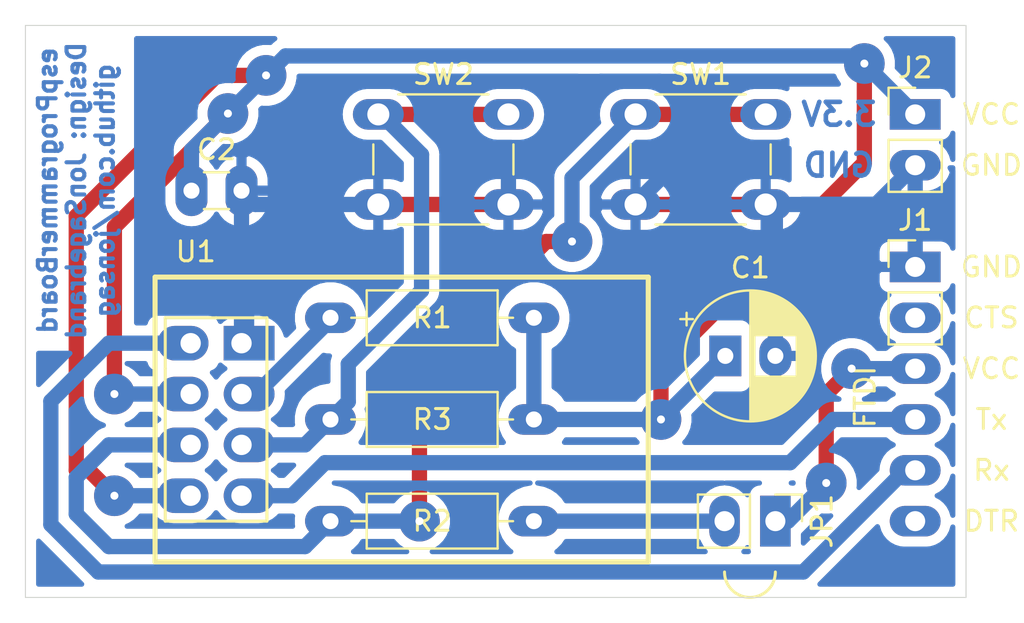
<source format=kicad_pcb>
(kicad_pcb (version 20211014) (generator pcbnew)
  (layers (0 "F.Cu" signal) (31 "B.Cu" signal) (34 "B.Paste" user) (35 "F.Paste" user) (36 "B.SilkS" user "B.Silkscreen") (37 "F.SilkS" user "F.Silkscreen") (38 "B.Mask" user) (39 "F.Mask" user) (44 "Edge.Cuts" user))
  (net 0 "")
  (net 1 "GND")
  (net 2 "+3V3")
  (net 4 "Net-(J1-Pad5)")
  (net 5 "Net-(J1-Pad4)")
  (net 6 "Net-(J1-Pad3)")
  (net 8 "Net-(R1-Pad1)")
  (net 9 "Net-(R2-Pad1)")
  (net 10 "Net-(R3-Pad1)")
  (footprint "My_Misc:CP_Radial_D6.3mm_P2.50mm_large" (layer "F.Cu") (at 153.71 65.405)
    (fp_text reference "C1" (at 1.25 -4.4) (layer "F.SilkS"))
    (fp_text value "220u")
    (fp_line (start 2.931 -2.766) (end 2.931 -1.04) (layer "F.SilkS") (width 0.12))
    (fp_line (start 4.171 -1.432) (end 4.171 1.432) (layer "F.SilkS") (width 0.12))
    (fp_line (start 4.371 -0.94) (end 4.371 0.94) (layer "F.SilkS") (width 0.12))
    (fp_line (start 1.73 -3.195) (end 1.73 -1.04) (layer "F.SilkS") (width 0.12))
    (fp_line (start 1.45 -3.224) (end 1.45 3.224) (layer "F.SilkS") (width 0.12))
    (fp_line (start 2.771 1.04) (end 2.771 2.856) (layer "F.SilkS") (width 0.12))
    (fp_line (start 1.65 1.04) (end 1.65 3.206) (layer "F.SilkS") (width 0.12))
    (fp_line (start 3.491 -2.343) (end 3.491 -1.04) (layer "F.SilkS") (width 0.12))
    (fp_line (start 2.171 1.04) (end 2.171 3.098) (layer "F.SilkS") (width 0.12))
    (fp_line (start 3.651 -2.182) (end 3.651 2.182) (layer "F.SilkS") (width 0.12))
    (fp_line (start 1.93 1.04) (end 1.93 3.159) (layer "F.SilkS") (width 0.12))
    (fp_line (start 2.131 -3.11) (end 2.131 -1.04) (layer "F.SilkS") (width 0.12))
    (fp_line (start 1.41 -3.227) (end 1.41 3.227) (layer "F.SilkS") (width 0.12))
    (fp_line (start 3.531 1.04) (end 3.531 2.305) (layer "F.SilkS") (width 0.12))
    (fp_line (start 1.89 1.04) (end 1.89 3.167) (layer "F.SilkS") (width 0.12))
    (fp_line (start 2.211 1.04) (end 2.211 3.086) (layer "F.SilkS") (width 0.12))
    (fp_line (start 2.371 -3.033) (end 2.371 -1.04) (layer "F.SilkS") (width 0.12))
    (fp_line (start 4.011 -1.714) (end 4.011 1.714) (layer "F.SilkS") (width 0.12))
    (fp_line (start 2.651 -2.916) (end 2.651 -1.04) (layer "F.SilkS") (width 0.12))
    (fp_line (start 1.49 -3.222) (end 1.49 -1.04) (layer "F.SilkS") (width 0.12))
    (fp_line (start -2.250241 -1.839) (end -1.620241 -1.839) (layer "F.SilkS") (width 0.12))
    (fp_line (start 2.611 -2.934) (end 2.611 -1.04) (layer "F.SilkS") (width 0.12))
    (fp_line (start 2.891 -2.79) (end 2.891 -1.04) (layer "F.SilkS") (width 0.12))
    (fp_line (start 2.091 -3.121) (end 2.091 -1.04) (layer "F.SilkS") (width 0.12))
    (fp_line (start 1.61 1.04) (end 1.61 3.211) (layer "F.SilkS") (width 0.12))
    (fp_line (start 1.57 -3.215) (end 1.57 -1.04) (layer "F.SilkS") (width 0.12))
    (fp_line (start 1.57 1.04) (end 1.57 3.215) (layer "F.SilkS") (width 0.12))
    (fp_line (start 2.251 1.04) (end 2.251 3.074) (layer "F.SilkS") (width 0.12))
    (fp_line (start 3.171 -2.607) (end 3.171 -1.04) (layer "F.SilkS") (width 0.12))
    (fp_line (start 1.85 -3.175) (end 1.85 -1.04) (layer "F.SilkS") (width 0.12))
    (fp_line (start 1.29 -3.23) (end 1.29 3.23) (layer "F.SilkS") (width 0.12))
    (fp_line (start 2.931 1.04) (end 2.931 2.766) (layer "F.SilkS") (width 0.12))
    (fp_line (start 3.891 -1.89) (end 3.891 1.89) (layer "F.SilkS") (width 0.12))
    (fp_line (start 1.971 -3.15) (end 1.971 -1.04) (layer "F.SilkS") (width 0.12))
    (fp_line (start 2.331 -3.047) (end 2.331 -1.04) (layer "F.SilkS") (width 0.12))
    (fp_line (start 2.011 -3.141) (end 2.011 -1.04) (layer "F.SilkS") (width 0.12))
    (fp_line (start 1.37 -3.228) (end 1.37 3.228) (layer "F.SilkS") (width 0.12))
    (fp_line (start 1.85 1.04) (end 1.85 3.175) (layer "F.SilkS") (width 0.12))
    (fp_line (start 3.491 1.04) (end 3.491 2.343) (layer "F.SilkS") (width 0.12))
    (fp_line (start 2.571 -2.952) (end 2.571 -1.04) (layer "F.SilkS") (width 0.12))
    (fp_line (start 2.731 -2.876) (end 2.731 -1.04) (layer "F.SilkS") (width 0.12))
    (fp_line (start 2.491 -2.986) (end 2.491 -1.04) (layer "F.SilkS") (width 0.12))
    (fp_line (start 2.611 1.04) (end 2.611 2.934) (layer "F.SilkS") (width 0.12))
    (fp_line (start 3.691 -2.137) (end 3.691 2.137) (layer "F.SilkS") (width 0.12))
    (fp_line (start 3.051 -2.69) (end 3.051 -1.04) (layer "F.SilkS") (width 0.12))
    (fp_line (start 1.53 -3.218) (end 1.53 -1.04) (layer "F.SilkS") (width 0.12))
    (fp_line (start 1.65 -3.206) (end 1.65 -1.04) (layer "F.SilkS") (width 0.12))
    (fp_line (start 3.371 -2.45) (end 3.371 -1.04) (layer "F.SilkS") (width 0.12))
    (fp_line (start 3.251 -2.548) (end 3.251 -1.04) (layer "F.SilkS") (width 0.12))
    (fp_line (start 2.371 1.04) (end 2.371 3.033) (layer "F.SilkS") (width 0.12))
    (fp_line (start 1.93 -3.159) (end 1.93 -1.04) (layer "F.SilkS") (width 0.12))
    (fp_line (start 2.171 -3.098) (end 2.171 -1.04) (layer "F.SilkS") (width 0.12))
    (fp_line (start 4.131 -1.509) (end 4.131 1.509) (layer "F.SilkS") (width 0.12))
    (fp_line (start 3.291 1.04) (end 3.291 2.516) (layer "F.SilkS") (width 0.12))
    (fp_line (start 2.971 1.04) (end 2.971 2.742) (layer "F.SilkS") (width 0.12))
    (fp_line (start 2.051 -3.131) (end 2.051 -1.04) (layer "F.SilkS") (width 0.12))
    (fp_line (start 3.091 -2.664) (end 3.091 -1.04) (layer "F.SilkS") (width 0.12))
    (fp_line (start 2.411 1.04) (end 2.411 3.018) (layer "F.SilkS") (width 0.12))
    (fp_line (start 3.331 1.04) (end 3.331 2.484) (layer "F.SilkS") (width 0.12))
    (fp_line (start 3.211 1.04) (end 3.211 2.578) (layer "F.SilkS") (width 0.12))
    (fp_line (start 4.051 -1.65) (end 4.051 1.65) (layer "F.SilkS") (width 0.12))
    (fp_line (start 2.531 1.04) (end 2.531 2.97) (layer "F.SilkS") (width 0.12))
    (fp_line (start 2.211 -3.086) (end 2.211 -1.04) (layer "F.SilkS") (width 0.12))
    (fp_line (start 3.371 1.04) (end 3.371 2.45) (layer "F.SilkS") (width 0.12))
    (fp_line (start 4.251 -1.262) (end 4.251 1.262) (layer "F.SilkS") (width 0.12))
    (fp_line (start 2.811 -2.834) (end 2.811 -1.04) (layer "F.SilkS") (width 0.12))
    (fp_line (start 3.411 -2.416) (end 3.411 -1.04) (layer "F.SilkS") (width 0.12))
    (fp_line (start 2.491 1.04) (end 2.491 2.986) (layer "F.SilkS") (width 0.12))
    (fp_line (start 2.891 1.04) (end 2.891 2.79) (layer "F.SilkS") (width 0.12))
    (fp_line (start 3.931 -1.834) (end 3.931 1.834) (layer "F.SilkS") (width 0.12))
    (fp_line (start 1.33 -3.23) (end 1.33 3.23) (layer "F.SilkS") (width 0.12))
    (fp_line (start 1.971 1.04) (end 1.971 3.15) (layer "F.SilkS") (width 0.12))
    (fp_line (start 1.61 -3.211) (end 1.61 -1.04) (layer "F.SilkS") (width 0.12))
    (fp_line (start 1.77 1.04) (end 1.77 3.189) (layer "F.SilkS") (width 0.12))
    (fp_line (start 2.571 1.04) (end 2.571 2.952) (layer "F.SilkS") (width 0.12))
    (fp_line (start 2.971 -2.742) (end 2.971 -1.04) (layer "F.SilkS") (width 0.12))
    (fp_line (start 2.651 1.04) (end 2.651 2.916) (layer "F.SilkS") (width 0.12))
    (fp_line (start 3.451 1.04) (end 3.451 2.38) (layer "F.SilkS") (width 0.12))
    (fp_line (start 2.851 1.04) (end 2.851 2.812) (layer "F.SilkS") (width 0.12))
    (fp_line (start 1.89 -3.167) (end 1.89 -1.04) (layer "F.SilkS") (width 0.12))
    (fp_line (start 4.211 -1.35) (end 4.211 1.35) (layer "F.SilkS") (width 0.12))
    (fp_line (start 1.81 1.04) (end 1.81 3.182) (layer "F.SilkS") (width 0.12))
    (fp_line (start 2.251 -3.074) (end 2.251 -1.04) (layer "F.SilkS") (width 0.12))
    (fp_line (start 3.851 -1.944) (end 3.851 1.944) (layer "F.SilkS") (width 0.12))
    (fp_line (start 3.411 1.04) (end 3.411 2.416) (layer "F.SilkS") (width 0.12))
    (fp_line (start 3.011 -2.716) (end 3.011 -1.04) (layer "F.SilkS") (width 0.12))
    (fp_line (start 2.451 -3.002) (end 2.451 -1.04) (layer "F.SilkS") (width 0.12))
    (fp_line (start 3.171 1.04) (end 3.171 2.607) (layer "F.SilkS") (width 0.12))
    (fp_line (start 2.051 1.04) (end 2.051 3.131) (layer "F.SilkS") (width 0.12))
    (fp_line (start 2.091 1.04) (end 2.091 3.121) (layer "F.SilkS") (width 0.12))
    (fp_line (start 3.331 -2.484) (end 3.331 -1.04) (layer "F.SilkS") (width 0.12))
    (fp_line (start 3.811 -1.995) (end 3.811 1.995) (layer "F.SilkS") (width 0.12))
    (fp_line (start 4.291 -1.165) (end 4.291 1.165) (layer "F.SilkS") (width 0.12))
    (fp_line (start 3.011 1.04) (end 3.011 2.716) (layer "F.SilkS") (width 0.12))
    (fp_line (start 2.291 -3.061) (end 2.291 -1.04) (layer "F.SilkS") (width 0.12))
    (fp_line (start 4.411 -0.802) (end 4.411 0.802) (layer "F.SilkS") (width 0.12))
    (fp_line (start 1.49 1.04) (end 1.49 3.222) (layer "F.SilkS") (width 0.12))
    (fp_line (start 2.411 -3.018) (end 2.411 -1.04) (layer "F.SilkS") (width 0.12))
    (fp_line (start 2.771 -2.856) (end 2.771 -1.04) (layer "F.SilkS") (width 0.12))
    (fp_line (start 3.211 -2.578) (end 3.211 -1.04) (layer "F.SilkS") (width 0.12))
    (fp_line (start 2.131 1.04) (end 2.131 3.11) (layer "F.SilkS") (width 0.12))
    (fp_line (start 3.731 -2.092) (end 3.731 2.092) (layer "F.SilkS") (width 0.12))
    (fp_line (start 1.69 -3.201) (end 1.69 -1.04) (layer "F.SilkS") (width 0.12))
    (fp_line (start 4.451 -0.633) (end 4.451 0.633) (layer "F.SilkS") (width 0.12))
    (fp_line (start 2.691 1.04) (end 2.691 2.896) (layer "F.SilkS") (width 0.12))
    (fp_line (start 3.091 1.04) (end 3.091 2.664) (layer "F.SilkS") (width 0.12))
    (fp_line (start 2.291 1.04) (end 2.291 3.061) (layer "F.SilkS") (width 0.12))
    (fp_line (start 2.011 1.04) (end 2.011 3.141) (layer "F.SilkS") (width 0.12))
    (fp_line (start 2.851 -2.812) (end 2.851 -1.04) (layer "F.SilkS") (width 0.12))
    (fp_line (start 3.291 -2.516) (end 3.291 -1.04) (layer "F.SilkS") (width 0.12))
    (fp_line (start 2.691 -2.896) (end 2.691 -1.04) (layer "F.SilkS") (width 0.12))
    (fp_line (start 3.971 -1.776) (end 3.971 1.776) (layer "F.SilkS") (width 0.12))
    (fp_line (start -1.935241 -2.154) (end -1.935241 -1.524) (layer "F.SilkS") (width 0.12))
    (fp_line (start 1.81 -3.182) (end 1.81 -1.04) (layer "F.SilkS") (width 0.12))
    (fp_line (start 1.77 -3.189) (end 1.77 -1.04) (layer "F.SilkS") (width 0.12))
    (fp_line (start 2.331 1.04) (end 2.331 3.047) (layer "F.SilkS") (width 0.12))
    (fp_line (start 3.771 -2.044) (end 3.771 2.044) (layer "F.SilkS") (width 0.12))
    (fp_line (start 2.451 1.04) (end 2.451 3.002) (layer "F.SilkS") (width 0.12))
    (fp_line (start 2.811 1.04) (end 2.811 2.834) (layer "F.SilkS") (width 0.12))
    (fp_line (start 1.25 -3.23) (end 1.25 3.23) (layer "F.SilkS") (width 0.12))
    (fp_line (start 1.53 1.04) (end 1.53 3.218) (layer "F.SilkS") (width 0.12))
    (fp_line (start 3.131 1.04) (end 3.131 2.636) (layer "F.SilkS") (width 0.12))
    (fp_line (start 2.531 -2.97) (end 2.531 -1.04) (layer "F.SilkS") (width 0.12))
    (fp_line (start 4.491 -0.402) (end 4.491 0.402) (layer "F.SilkS") (width 0.12))
    (fp_line (start 3.611 -2.224) (end 3.611 2.224) (layer "F.SilkS") (width 0.12))
    (fp_line (start 4.331 -1.059) (end 4.331 1.059) (layer "F.SilkS") (width 0.12))
    (fp_line (start 1.69 1.04) (end 1.69 3.201) (layer "F.SilkS") (width 0.12))
    (fp_line (start 2.731 1.04) (end 2.731 2.876) (layer "F.SilkS") (width 0.12))
    (fp_line (start 3.051 1.04) (end 3.051 2.69) (layer "F.SilkS") (width 0.12))
    (fp_line (start 1.73 1.04) (end 1.73 3.195) (layer "F.SilkS") (width 0.12))
    (fp_line (start 3.531 -2.305) (end 3.531 -1.04) (layer "F.SilkS") (width 0.12))
    (fp_line (start 3.571 -2.265) (end 3.571 2.265) (layer "F.SilkS") (width 0.12))
    (fp_line (start 4.091 -1.581) (end 4.091 1.581) (layer "F.SilkS") (width 0.12))
    (fp_line (start 3.251 1.04) (end 3.251 2.548) (layer "F.SilkS") (width 0.12))
    (fp_line (start 3.131 -2.636) (end 3.131 -1.04) (layer "F.SilkS") (width 0.12))
    (fp_line (start 3.451 -2.38) (end 3.451 -1.04) (layer "F.SilkS") (width 0.12))
    (fp_circle (center 1.25 0) (end 4.52 0) (layer "F.SilkS") (width 0.12) (fill none))
    (pad "1" thru_hole rect (at 0 0) (size 1.6 2.032) (drill 0.8) (layers *.Cu *.Mask) (net 2 "+3V3"))
    (pad "2" thru_hole oval (at 2.5 0) (size 1.6 2.032) (drill 0.8) (layers *.Cu *.Mask) (net 1 "GND"))
  )
  (footprint "My_Misc:C_Disc_D3.0mm_W1.6mm_P2.50mm_larg" (layer "F.Cu") (at 127.04 57.15)
    (fp_text reference "C2" (at 1.25 -2.05) (layer "F.SilkS"))
    (fp_text value "100n")
    (fp_line (start 0.621 0.92) (end 1.879 0.92) (layer "F.SilkS") (width 0.12))
    (fp_line (start 0.621 -0.92) (end 1.879 -0.92) (layer "F.SilkS") (width 0.12))
    (pad "1" thru_hole oval locked (at 0 0) (size 1.6 2.54) (drill 0.8) (layers *.Cu *.Mask) (net 2 "+3V3"))
    (pad "2" thru_hole oval locked (at 2.5 0) (size 1.6 2.54) (drill 0.8) (layers *.Cu *.Mask) (net 1 "GND"))
  )
  (footprint "My_Headers:6-pin_FTDI_header_large" (layer "F.Cu") (at 163.195 60.96)
    (fp_text reference "J1" (at 0 -2.33) (layer "F.SilkS"))
    (fp_text value "FTDI" hide)
    (fp_text user "VCC" (at 3.81 5.08) (layer "F.SilkS"))
    (fp_text user "CTS" (at 3.81 2.54) (layer "F.SilkS"))
    (fp_text user "FTDI" (at -2.5 6.5 90) (layer "F.SilkS"))
    (fp_text user "Rx" (at 3.81 10.16) (layer "F.SilkS"))
    (fp_text user "DTR" (at 3.81 12.7) (layer "F.SilkS"))
    (fp_text user "Tx" (at 3.81 7.62) (layer "F.SilkS"))
    (fp_text user "GND" (at 3.81 0) (layer "F.SilkS"))
    (fp_line (start -1.33 1.27) (end 1.33 1.27) (layer "F.SilkS") (width 0.12))
    (fp_line (start -1.33 1.27) (end -1.33 3.87) (layer "F.SilkS") (width 0.12))
    (fp_line (start -1.33 0) (end -1.33 -1.33) (layer "F.SilkS") (width 0.12))
    (fp_line (start 1.33 1.27) (end 1.33 3.87) (layer "F.SilkS") (width 0.12))
    (fp_line (start -1.33 3.87) (end 1.33 3.87) (layer "F.SilkS") (width 0.12))
    (fp_line (start -1.33 -1.33) (end 0 -1.33) (layer "F.SilkS") (width 0.12))
    (pad "1" thru_hole rect locked (at 0 0) (size 2.54 1.524) (drill 1) (layers *.Cu *.Mask) (net 1 "GND"))
    (pad "2" thru_hole oval locked (at 0 2.54) (size 2.54 1.524) (drill 1) (layers *.Cu *.Mask))
    (pad "3" thru_hole oval locked (at 0 5.08) (size 2.54 1.524) (drill 1) (layers *.Cu *.Mask) (net 6 "Net-(J1-Pad3)"))
    (pad "4" thru_hole oval locked (at 0 7.62) (size 2.54 1.524) (drill 1) (layers *.Cu *.Mask) (net 5 "Net-(J1-Pad4)"))
    (pad "5" thru_hole oval locked (at 0 10.16) (size 2.54 1.524) (drill 1) (layers *.Cu *.Mask) (net 4 "Net-(J1-Pad5)"))
    (pad "6" thru_hole oval locked (at 0 12.7) (size 2.54 1.524) (drill 1) (layers *.Cu *.Mask))
  )
  (footprint "My_Headers:2-pin_power_input_header_larger_pads" (layer "F.Cu") (at 163.195 53.34)
    (fp_text reference "J2" (at 0 -2.33) (layer "F.SilkS"))
    (fp_text value "External power" hide)
    (fp_text user "GND" (at 3.81 2.54) (layer "F.SilkS"))
    (fp_text user "VCC" (at 3.81 0) (layer "F.SilkS"))
    (fp_line (start -1.33 1.27) (end -1.33 3.87) (layer "F.SilkS") (width 0.12))
    (fp_line (start -1.33 -1.33) (end 0 -1.33) (layer "F.SilkS") (width 0.12))
    (fp_line (start -1.33 1.27) (end 1.33 1.27) (layer "F.SilkS") (width 0.12))
    (fp_line (start 1.33 1.27) (end 1.33 3.87) (layer "F.SilkS") (width 0.12))
    (fp_line (start -1.33 3.87) (end 1.33 3.87) (layer "F.SilkS") (width 0.12))
    (fp_line (start -1.33 0) (end -1.33 -1.33) (layer "F.SilkS") (width 0.12))
    (pad "1" thru_hole rect locked (at 0 0) (size 2.54 1.524) (drill 1) (layers *.Cu *.Mask) (net 2 "+3V3"))
    (pad "2" thru_hole oval locked (at 0 2.54) (size 2.54 1.524) (drill 1) (layers *.Cu *.Mask) (net 1 "GND"))
  )
  (footprint "My_Parts:Jumper_1x02_P2.54mm_large" (layer "F.Cu") (at 156.21 73.66 -90)
    (fp_text reference "JP1" (at 0 -2.33 90) (layer "F.SilkS"))
    (fp_text value "Power from FTDI" hide)
    (fp_line (start 1.33 1.27) (end 1.33 3.87) (layer "F.SilkS") (width 0.12))
    (fp_line (start -1.33 3.87) (end 1.33 3.87) (layer "F.SilkS") (width 0.12))
    (fp_line (start -1.33 1.27) (end -1.33 3.87) (layer "F.SilkS") (width 0.12))
    (fp_line (start -1.33 0) (end -1.33 -1.33) (layer "F.SilkS") (width 0.12))
    (fp_line (start -1.33 1.27) (end 1.33 1.27) (layer "F.SilkS") (width 0.12))
    (fp_line (start -1.33 -1.33) (end 0 -1.33) (layer "F.SilkS") (width 0.12))
    (fp_arc (start 2.54 0) (mid 3.81 1.27) (end 2.54 2.54) (layer "F.SilkS") (width 0.15))
    (pad "1" thru_hole rect locked (at 0 0 270) (size 2.54 1.524) (drill 1) (layers *.Cu *.Mask) (net 6 "Net-(J1-Pad3)"))
    (pad "2" thru_hole oval locked (at 0 2.54 270) (size 2.54 1.524) (drill 1) (layers *.Cu *.Mask) (net 2 "+3V3"))
  )
  (footprint "My_Misc:R_Axial_DIN0207_L6.3mm_D2.5mm_P10.16mm_Horizontal_larger_pads" (layer "F.Cu") (at 133.985 63.5)
    (fp_text reference "R1" (at 5.08 0) (layer "F.SilkS"))
    (fp_text value "10k" hide)
    (fp_line (start 9.12 0) (end 8.35 0) (layer "F.SilkS") (width 0.12))
    (fp_line (start 1.81 1.37) (end 8.35 1.37) (layer "F.SilkS") (width 0.12))
    (fp_line (start 1.04 0) (end 1.81 0) (layer "F.SilkS") (width 0.12))
    (fp_line (start 1.81 -1.37) (end 1.81 1.37) (layer "F.SilkS") (width 0.12))
    (fp_line (start 8.35 -1.37) (end 1.81 -1.37) (layer "F.SilkS") (width 0.12))
    (fp_line (start 8.35 1.37) (end 8.35 -1.37) (layer "F.SilkS") (width 0.12))
    (pad "1" thru_hole oval (at 0 0) (size 2.54 1.524) (drill 0.8) (layers *.Cu *.Mask) (net 8 "Net-(R1-Pad1)"))
    (pad "2" thru_hole oval (at 10.16 0) (size 2.54 1.524) (drill 0.8) (layers *.Cu *.Mask) (net 2 "+3V3"))
  )
  (footprint "My_Misc:R_Axial_DIN0207_L6.3mm_D2.5mm_P10.16mm_Horizontal_larger_pads" (layer "F.Cu") (at 133.985 73.66)
    (fp_text reference "R2" (at 5.08 0) (layer "F.SilkS"))
    (fp_text value "10k" hide)
    (fp_line (start 8.35 -1.37) (end 1.81 -1.37) (layer "F.SilkS") (width 0.12))
    (fp_line (start 1.81 -1.37) (end 1.81 1.37) (layer "F.SilkS") (width 0.12))
    (fp_line (start 1.04 0) (end 1.81 0) (layer "F.SilkS") (width 0.12))
    (fp_line (start 1.81 1.37) (end 8.35 1.37) (layer "F.SilkS") (width 0.12))
    (fp_line (start 8.35 1.37) (end 8.35 -1.37) (layer "F.SilkS") (width 0.12))
    (fp_line (start 9.12 0) (end 8.35 0) (layer "F.SilkS") (width 0.12))
    (pad "1" thru_hole oval (at 0 0) (size 2.54 1.524) (drill 0.8) (layers *.Cu *.Mask) (net 9 "Net-(R2-Pad1)"))
    (pad "2" thru_hole oval (at 10.16 0) (size 2.54 1.524) (drill 0.8) (layers *.Cu *.Mask) (net 2 "+3V3"))
  )
  (footprint "My_Misc:R_Axial_DIN0207_L6.3mm_D2.5mm_P10.16mm_Horizontal_larger_pads" (layer "F.Cu") (at 133.985 68.58)
    (fp_text reference "R3" (at 5.08 0) (layer "F.SilkS"))
    (fp_text value "10k" hide)
    (fp_line (start 1.04 0) (end 1.81 0) (layer "F.SilkS") (width 0.12))
    (fp_line (start 9.12 0) (end 8.35 0) (layer "F.SilkS") (width 0.12))
    (fp_line (start 1.81 -1.37) (end 1.81 1.37) (layer "F.SilkS") (width 0.12))
    (fp_line (start 8.35 1.37) (end 8.35 -1.37) (layer "F.SilkS") (width 0.12))
    (fp_line (start 1.81 1.37) (end 8.35 1.37) (layer "F.SilkS") (width 0.12))
    (fp_line (start 8.35 -1.37) (end 1.81 -1.37) (layer "F.SilkS") (width 0.12))
    (pad "1" thru_hole oval (at 0 0) (size 2.54 1.524) (drill 0.8) (layers *.Cu *.Mask) (net 10 "Net-(R3-Pad1)"))
    (pad "2" thru_hole oval (at 10.16 0) (size 2.54 1.524) (drill 0.8) (layers *.Cu *.Mask) (net 2 "+3V3"))
  )
  (footprint "My_Misc:SW_PUSH_6mm_large" (layer "F.Cu") (at 149.225 53.34)
    (fp_text reference "SW1" (at 3.25 -2) (layer "F.SilkS"))
    (fp_text value "Reset")
    (fp_line (start 6.75 3) (end 6.75 1.5) (layer "F.SilkS") (width 0.12))
    (fp_line (start 1 5.5) (end 5.5 5.5) (layer "F.SilkS") (width 0.12))
    (fp_line (start 5.5 -1) (end 1 -1) (layer "F.SilkS") (width 0.12))
    (fp_line (start -0.25 1.5) (end -0.25 3) (layer "F.SilkS") (width 0.12))
    (pad "1" thru_hole oval locked (at 6.5 0 90) (size 1.524 2.54) (drill 1.1) (layers *.Cu *.Mask) (net 9 "Net-(R2-Pad1)"))
    (pad "1" thru_hole oval locked (at 0 0 90) (size 1.524 2.54) (drill 1.1) (layers *.Cu *.Mask) (net 9 "Net-(R2-Pad1)"))
    (pad "2" thru_hole oval locked (at 6.5 4.5 90) (size 1.524 2.54) (drill 1.1) (layers *.Cu *.Mask) (net 1 "GND"))
    (pad "2" thru_hole oval locked (at 0 4.5 90) (size 1.524 2.54) (drill 1.1) (layers *.Cu *.Mask) (net 1 "GND"))
  )
  (footprint "My_Misc:SW_PUSH_6mm_large" (layer "F.Cu") (at 136.375 53.34)
    (fp_text reference "SW2" (at 3.25 -2) (layer "F.SilkS"))
    (fp_text value "Flash")
    (fp_line (start 1 5.5) (end 5.5 5.5) (layer "F.SilkS") (width 0.12))
    (fp_line (start 5.5 -1) (end 1 -1) (layer "F.SilkS") (width 0.12))
    (fp_line (start -0.25 1.5) (end -0.25 3) (layer "F.SilkS") (width 0.12))
    (fp_line (start 6.75 3) (end 6.75 1.5) (layer "F.SilkS") (width 0.12))
    (pad "1" thru_hole oval locked (at 0 0 90) (size 1.524 2.54) (drill 1.1) (layers *.Cu *.Mask) (net 10 "Net-(R3-Pad1)"))
    (pad "1" thru_hole oval locked (at 6.5 0 90) (size 1.524 2.54) (drill 1.1) (layers *.Cu *.Mask) (net 10 "Net-(R3-Pad1)"))
    (pad "2" thru_hole oval locked (at 6.5 4.5 90) (size 1.524 2.54) (drill 1.1) (layers *.Cu *.Mask) (net 1 "GND"))
    (pad "2" thru_hole oval locked (at 0 4.5 90) (size 1.524 2.54) (drill 1.1) (layers *.Cu *.Mask) (net 1 "GND"))
  )
  (footprint "My_Arduino:ESP-01_w_pin_socket_large" (layer "F.Cu") (at 127 64.77)
    (fp_text reference "U1" (at 0.254 -4.572) (layer "F.SilkS"))
    (fp_text value "ESP-01")
    (fp_line (start 1.27 -1.27) (end -1.27 -1.27) (layer "F.SilkS") (width 0.1524))
    (fp_line (start 22.86 10.922) (end -1.778 10.922) (layer "F.SilkS") (width 0.254))
    (fp_line (start 3.81 8.89) (end 3.81 -1.27) (layer "F.SilkS") (width 0.1524))
    (fp_line (start -1.27 8.89) (end 3.81 8.89) (layer "F.SilkS") (width 0.1524))
    (fp_line (start -1.27 -1.27) (end -1.27 1.27) (layer "F.SilkS") (width 0.1524))
    (fp_line (start -1.27 1.27) (end -1.27 8.89) (layer "F.SilkS") (width 0.1524))
    (fp_line (start -1.778 -3.302) (end 22.86 -3.302) (layer "F.SilkS") (width 0.254))
    (fp_line (start -1.778 10.922) (end -1.778 -3.302) (layer "F.SilkS") (width 0.254))
    (fp_line (start 22.86 -3.302) (end 22.86 10.922) (layer "F.SilkS") (width 0.254))
    (fp_line (start 3.81 -1.27) (end 1.27 -1.27) (layer "F.SilkS") (width 0.1524))
    (pad "1" thru_hole rect (at 2.54 0) (size 2.54 1.7272) (drill 1.016 (offset 0.381 0)) (layers *.Cu *.Mask) (net 4 "Net-(J1-Pad5)"))
    (pad "2" thru_hole oval (at 0 0) (size 2.54 1.7272) (drill 1.016 (offset -0.381 0)) (layers *.Cu *.Mask) (net 1 "GND"))
    (pad "3" thru_hole oval (at 2.54 2.54) (size 2.54 1.7272) (drill 1.016 (offset 0.381 0)) (layers *.Cu *.Mask) (net 2 "+3V3"))
    (pad "4" thru_hole oval (at 0 2.54) (size 2.54 1.7272) (drill 1.016 (offset -0.381 0)) (layers *.Cu *.Mask) (net 8 "Net-(R1-Pad1)"))
    (pad "5" thru_hole oval (at 2.54 5.08) (size 2.54 1.7272) (drill 1.016 (offset 0.381 0)) (layers *.Cu *.Mask) (net 9 "Net-(R2-Pad1)"))
    (pad "6" thru_hole oval (at 0 5.08) (size 2.54 1.7272) (drill 1.016 (offset -0.381 0)) (layers *.Cu *.Mask) (net 10 "Net-(R3-Pad1)"))
    (pad "7" thru_hole oval (at 2.54 7.62) (size 2.54 1.7272) (drill 1.016 (offset 0.381 0)) (layers *.Cu *.Mask) (net 2 "+3V3"))
    (pad "8" thru_hole oval (at 0 7.62) (size 2.54 1.7272) (drill 1.016 (offset -0.381 0)) (layers *.Cu *.Mask) (net 5 "Net-(J1-Pad4)"))
  )
  (gr_line (start 165.735 48.895) (end 118.745 48.895) (layer "Edge.Cuts") (width 0.05))
  (gr_line (start 118.745 77.47) (end 165.735 77.47) (layer "Edge.Cuts") (width 0.05))
  (gr_line (start 118.745 48.895) (end 118.745 77.47) (layer "Edge.Cuts") (width 0.05))
  (gr_line (start 165.735 77.47) (end 165.735 48.895) (layer "Edge.Cuts") (width 0.05))
  (gr_text "3.3V" (at 159.385 53.34) (layer "B.Cu") (effects (font (size 1.143 1.143) (thickness 0.2286)) (justify mirror)))
  (gr_text "GND" (at 159.385 55.88) (layer "B.Cu") (effects (font (size 1.143 1.143) (thickness 0.2286)) (justify mirror)))
  (gr_text "espProgrammerBoard\nDesign: JonSagebrand\ngithub.com/jonsag" (at 121.285 57.15 90) (layer "B.Cu") (effects (font (size 0.889 0.889) (thickness 0.2032)) (justify mirror)))
  (segment (start 155.52 57.84) (end 155.575 57.785) (width 0.762) (layer "F.Cu") (net 1))
  (segment (start 149.225 57.84) (end 155.52 57.84) (width 0.762) (layer "F.Cu") (net 1))
  (segment (start 136.58 57.84) (end 136.525 57.785) (width 0.762) (layer "F.Cu") (net 1))
  (segment (start 142.875 57.84) (end 136.58 57.84) (width 0.762) (layer "F.Cu") (net 1))
  (segment (start 150.41687 51.68899) (end 151.38401 52.65613) (width 0.762) (layer "B.Cu") (net 1))
  (segment (start 147.50201 51.68899) (end 150.41687 51.68899) (width 0.762) (layer "B.Cu") (net 1))
  (segment (start 155.725 57.84) (end 161.235 57.84) (width 0.762) (layer "B.Cu") (net 1))
  (segment (start 156.21 65.405) (end 156.21 58.42) (width 0.762) (layer "B.Cu") (net 1))
  (segment (start 156.21 58.42) (end 155.575 57.785) (width 0.762) (layer "B.Cu") (net 1))
  (segment (start 151.38401 55.62599) (end 149.225 57.785) (width 0.762) (layer "B.Cu") (net 1))
  (segment (start 163.195 55.88) (end 163.195 60.96) (width 0.762) (layer "B.Cu") (net 1))
  (segment (start 129.54 64.135) (end 130.175 64.77) (width 0.762) (layer "B.Cu") (net 1))
  (segment (start 151.38401 52.65613) (end 151.38401 55.62599) (width 0.762) (layer "B.Cu") (net 1))
  (segment (start 130.23 57.84) (end 129.54 57.15) (width 0.762) (layer "B.Cu") (net 1))
  (segment (start 161.235 57.84) (end 163.195 55.88) (width 0.762) (layer "B.Cu") (net 1))
  (segment (start 142.875 56.316) (end 147.50201 51.68899) (width 0.762) (layer "B.Cu") (net 1))
  (segment (start 136.375 57.84) (end 130.23 57.84) (width 0.762) (layer "B.Cu") (net 1))
  (segment (start 142.875 57.84) (end 142.875 56.316) (width 0.762) (layer "B.Cu") (net 1))
  (segment (start 129.54 57.15) (end 129.54 64.135) (width 0.762) (layer "B.Cu") (net 1))
  (segment (start 130.7665 51.3915) (end 128.3135 51.3915) (width 0.762) (layer "F.Cu") (net 2))
  (segment (start 150.495 68.58) (end 150.495 65.91288) (width 0.762) (layer "F.Cu") (net 2))
  (segment (start 121.285 58.42) (end 121.285 71.12) (width 0.762) (layer "F.Cu") (net 2))
  (segment (start 123.19 58.968) (end 123.19 67.31) (width 0.762) (layer "F.Cu") (net 2))
  (segment (start 128.3135 51.3915) (end 121.285 58.42) (width 0.762) (layer "F.Cu") (net 2))
  (segment (start 121.92 71.12) (end 123.19 72.39) (width 0.762) (layer "F.Cu") (net 2))
  (segment (start 121.285 71.12) (end 121.92 71.12) (width 0.762) (layer "F.Cu") (net 2))
  (segment (start 128.8615 53.2965) (end 123.19 58.968) (width 0.762) (layer "F.Cu") (net 2))
  (segment (start 150.495 65.91288) (end 160.655 55.75288) (width 0.762) (layer "F.Cu") (net 2))
  (segment (start 160.655 55.75288) (end 160.655 50.8) (width 0.762) (layer "F.Cu") (net 2))
  (via (at 128.8615 53.2965) (size 2.032) (drill 0.4) (layers "F.Cu" "B.Cu") (net 2))
  (via (at 160.655 50.8) (size 2.032) (drill 0.4) (layers "F.Cu" "B.Cu") (net 2))
  (via (at 123.19 67.31) (size 2.032) (drill 0.4) (layers "F.Cu" "B.Cu") (net 2))
  (via (at 150.495 68.58) (size 2.032) (drill 0.4) (layers "F.Cu" "B.Cu") (net 2))
  (via (at 130.7665 51.3915) (size 2.032) (drill 0.4) (layers "F.Cu" "B.Cu") (net 2))
  (via (at 123.19 72.39) (size 2.032) (drill 0.4) (layers "F.Cu" "B.Cu") (net 2))
  (segment (start 123.19 72.39) (end 123.19 72.39) (width 0.762) (layer "B.Cu") (net 2))
  (segment (start 123.19 67.31) (end 123.19 67.31) (width 0.762) (layer "B.Cu") (net 2))
  (segment (start 128.8615 53.2965) (end 130.7665 51.3915) (width 0.762) (layer "B.Cu") (net 2))
  (segment (start 123.19 72.39) (end 123.19 72.39) (width 0.762) (layer "B.Cu") (net 2))
  (segment (start 130.7665 51.3915) (end 131.73902 50.41898) (width 0.762) (layer "B.Cu") (net 2))
  (segment (start 160.655 50.8) (end 163.195 53.34) (width 0.762) (layer "B.Cu") (net 2))
  (segment (start 150.495 68.58) (end 150.495 68.58) (width 0.762) (layer "B.Cu") (net 2))
  (segment (start 144.145 68.58) (end 150.495 68.58) (width 0.762) (layer "B.Cu") (net 2))
  (segment (start 150.495 68.58) (end 153.67 65.405) (width 0.762) (layer "B.Cu") (net 2))
  (segment (start 127 72.39) (end 123.19 72.39) (width 0.762) (layer "B.Cu") (net 2))
  (segment (start 127.04 55.118) (end 128.8615 53.2965) (width 0.762) (layer "B.Cu") (net 2))
  (segment (start 144.145 68.58) (end 144.145 63.5) (width 0.762) (layer "B.Cu") (net 2))
  (segment (start 156.946597 70.739001) (end 159.105598 68.58) (width 0.762) (layer "B.Cu") (net 2))
  (segment (start 127.04 57.15) (end 127.04 55.118) (width 0.762) (layer "B.Cu") (net 2))
  (segment (start 127 67.31) (end 123.19 67.31) (width 0.762) (layer "B.Cu") (net 2))
  (segment (start 129.54 72.39) (end 132.059678 72.39) (width 0.762) (layer "B.Cu") (net 2))
  (segment (start 144.145 73.66) (end 153.67 73.66) (width 0.762) (layer "B.Cu") (net 2))
  (segment (start 132.059678 72.39) (end 133.710677 70.739001) (width 0.762) (layer "B.Cu") (net 2))
  (segment (start 133.710677 70.739001) (end 156.946597 70.739001) (width 0.762) (layer "B.Cu") (net 2))
  (segment (start 131.73902 50.41898) (end 160.27398 50.41898) (width 0.762) (layer "B.Cu") (net 2))
  (segment (start 159.105598 68.58) (end 163.195 68.58) (width 0.762) (layer "B.Cu") (net 2))
  (segment (start 160.27398 50.41898) (end 160.655 50.8) (width 0.762) (layer "B.Cu") (net 2))
  (segment (start 120.014989 67.665609) (end 120.014989 73.830456) (width 0.762) (layer "B.Cu") (net 4))
  (segment (start 127 64.77) (end 122.910598 64.77) (width 0.762) (layer "B.Cu") (net 4))
  (segment (start 157.606991 76.200009) (end 162.687 71.12) (width 0.762) (layer "B.Cu") (net 4))
  (segment (start 120.014989 73.830456) (end 122.384542 76.200009) (width 0.762) (layer "B.Cu") (net 4))
  (segment (start 162.687 71.12) (end 163.195 71.12) (width 0.762) (layer "B.Cu") (net 4))
  (segment (start 122.910598 64.77) (end 120.014989 67.665609) (width 0.762) (layer "B.Cu") (net 4))
  (segment (start 122.384542 76.200009) (end 157.606991 76.200009) (width 0.762) (layer "B.Cu") (net 4))
  (segment (start 158.75 71.755) (end 158.75 67.31) (width 0.762) (layer "F.Cu") (net 6))
  (segment (start 158.75 67.31) (end 160.02 66.04) (width 0.762) (layer "F.Cu") (net 6))
  (via (at 158.75 71.755) (size 2.032) (drill 0.4) (layers "F.Cu" "B.Cu") (net 6))
  (via (at 160.02 66.04) (size 2.032) (drill 0.4) (layers "F.Cu" "B.Cu") (net 6))
  (segment (start 158.75 71.755) (end 158.75 71.755) (width 0.762) (layer "B.Cu") (net 6))
  (segment (start 160.02 66.04) (end 160.02 66.04) (width 0.762) (layer "B.Cu") (net 6))
  (segment (start 156.21 73.66) (end 156.845 73.66) (width 0.762) (layer "B.Cu") (net 6))
  (segment (start 156.845 73.66) (end 158.75 71.755) (width 0.762) (layer "B.Cu") (net 6))
  (segment (start 163.195 66.04) (end 160.02 66.04) (width 0.762) (layer "B.Cu") (net 6))
  (segment (start 133.985 63.590964) (end 133.985 63.5) (width 0.762) (layer "B.Cu") (net 8))
  (segment (start 130.265964 67.31) (end 133.985 63.590964) (width 0.762) (layer "B.Cu") (net 8))
  (segment (start 129.54 67.31) (end 130.265964 67.31) (width 0.762) (layer "B.Cu") (net 8))
  (segment (start 138.43 73.66) (end 138.43 66.019678) (width 0.762) (layer "F.Cu") (net 9))
  (segment (start 144.759678 59.69) (end 146.05 59.69) (width 0.762) (layer "F.Cu") (net 9))
  (segment (start 138.43 66.019678) (end 144.759678 59.69) (width 0.762) (layer "F.Cu") (net 9))
  (segment (start 149.225 53.34) (end 155.575 53.34) (width 0.762) (layer "F.Cu") (net 9))
  (via (at 146.05 59.69) (size 2.032) (drill 0.4) (layers "F.Cu" "B.Cu") (net 9))
  (via (at 138.43 73.66) (size 2.032) (drill 0.4) (layers "F.Cu" "B.Cu") (net 9))
  (segment (start 146.05 59.69) (end 146.05 59.69) (width 0.762) (layer "B.Cu") (net 9))
  (segment (start 138.43 73.66) (end 138.43 73.66) (width 0.762) (layer "B.Cu") (net 9))
  (segment (start 132.715001 74.929999) (end 133.985 73.66) (width 0.762) (layer "B.Cu") (net 9))
  (segment (start 149.225 53.34) (end 146.05 56.515) (width 0.762) (layer "B.Cu") (net 9))
  (segment (start 127 69.85) (end 122.910598 69.85) (width 0.762) (layer "B.Cu") (net 9))
  (segment (start 121.284999 73.304401) (end 122.910597 74.929999) (width 0.762) (layer "B.Cu") (net 9))
  (segment (start 122.910597 74.929999) (end 132.715001 74.929999) (width 0.762) (layer "B.Cu") (net 9))
  (segment (start 133.985 73.66) (end 138.43 73.66) (width 0.762) (layer "B.Cu") (net 9))
  (segment (start 122.910598 69.85) (end 121.284999 71.475599) (width 0.762) (layer "B.Cu") (net 9))
  (segment (start 121.284999 71.475599) (end 121.284999 73.304401) (width 0.762) (layer "B.Cu") (net 9))
  (segment (start 146.05 56.515) (end 146.05 59.69) (width 0.762) (layer "B.Cu") (net 9))
  (segment (start 136.375 53.34) (end 142.875 53.34) (width 0.762) (layer "F.Cu") (net 10))
  (segment (start 133.985 68.58) (end 134.873991 67.691009) (width 0.762) (layer "B.Cu") (net 10))
  (segment (start 134.873991 65.806331) (end 138.53401 62.146312) (width 0.762) (layer "B.Cu") (net 10))
  (segment (start 129.54 69.85) (end 132.715 69.85) (width 0.762) (layer "B.Cu") (net 10))
  (segment (start 138.53401 55.34901) (end 136.525 53.34) (width 0.762) (layer "B.Cu") (net 10))
  (segment (start 134.873991 67.691009) (end 134.873991 65.806331) (width 0.762) (layer "B.Cu") (net 10))
  (segment (start 138.53401 62.146312) (end 138.53401 55.34901) (width 0.762) (layer "B.Cu") (net 10))
  (segment (start 132.715 69.85) (end 133.985 68.58) (width 0.762) (layer "B.Cu") (net 10))
  (zone (net 1) (net_name "GND") (layer "B.Cu") (connect_pads (clearance 0.508)) (min_thickness 0.254) (fill yes (thermal_gap 0.508) (thermal_bridge_width 0.508))
    (polygon (pts (xy 166.37 78.105) (xy 118.11 78.105) (xy 118.11 48.26) (xy 166.37 48.26)))
  )
  (zone (net 0) (net_name "") (layer "B.Cu") (connect_pads (clearance 0.508)) (min_thickness 0.254) (fill yes (thermal_gap 0.508) (thermal_bridge_width 0.508))
    (polygon (pts (xy 167.005 78.74) (xy 117.475 78.74) (xy 117.475 47.625) (xy 167.005 47.625)))
  )
)
</source>
